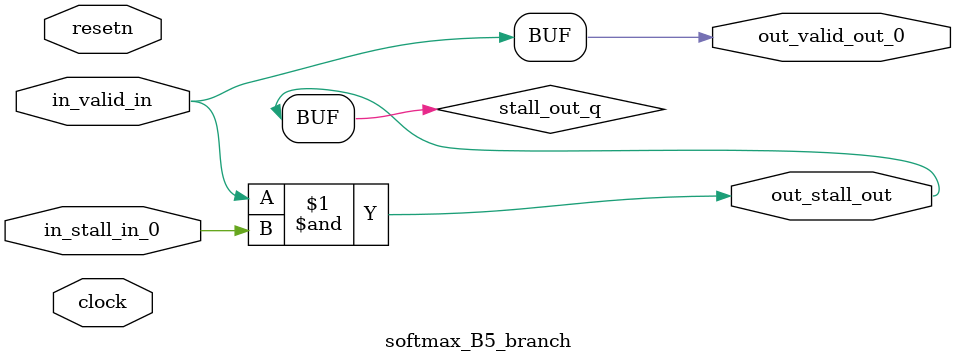
<source format=sv>



(* altera_attribute = "-name AUTO_SHIFT_REGISTER_RECOGNITION OFF; -name MESSAGE_DISABLE 10036; -name MESSAGE_DISABLE 10037; -name MESSAGE_DISABLE 14130; -name MESSAGE_DISABLE 14320; -name MESSAGE_DISABLE 15400; -name MESSAGE_DISABLE 14130; -name MESSAGE_DISABLE 10036; -name MESSAGE_DISABLE 12020; -name MESSAGE_DISABLE 12030; -name MESSAGE_DISABLE 12010; -name MESSAGE_DISABLE 12110; -name MESSAGE_DISABLE 14320; -name MESSAGE_DISABLE 13410; -name MESSAGE_DISABLE 113007; -name MESSAGE_DISABLE 10958" *)
module softmax_B5_branch (
    input wire [0:0] in_stall_in_0,
    input wire [0:0] in_valid_in,
    output wire [0:0] out_stall_out,
    output wire [0:0] out_valid_out_0,
    input wire clock,
    input wire resetn
    );

    wire [0:0] stall_out_q;


    // stall_out(LOGICAL,6)
    assign stall_out_q = in_valid_in & in_stall_in_0;

    // out_stall_out(GPOUT,4)
    assign out_stall_out = stall_out_q;

    // out_valid_out_0(GPOUT,5)
    assign out_valid_out_0 = in_valid_in;

endmodule

</source>
